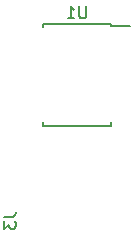
<source format=gbr>
%TF.GenerationSoftware,KiCad,Pcbnew,7.0.9*%
%TF.CreationDate,2023-12-16T17:23:44+09:00*%
%TF.ProjectId,LineIntegratedBoard,4c696e65-496e-4746-9567-726174656442,rev?*%
%TF.SameCoordinates,Original*%
%TF.FileFunction,Legend,Bot*%
%TF.FilePolarity,Positive*%
%FSLAX46Y46*%
G04 Gerber Fmt 4.6, Leading zero omitted, Abs format (unit mm)*
G04 Created by KiCad (PCBNEW 7.0.9) date 2023-12-16 17:23:44*
%MOMM*%
%LPD*%
G01*
G04 APERTURE LIST*
%ADD10C,0.150000*%
G04 APERTURE END LIST*
D10*
X145709819Y-102181066D02*
X146424104Y-102181066D01*
X146424104Y-102181066D02*
X146566961Y-102133447D01*
X146566961Y-102133447D02*
X146662200Y-102038209D01*
X146662200Y-102038209D02*
X146709819Y-101895352D01*
X146709819Y-101895352D02*
X146709819Y-101800114D01*
X145709819Y-102562019D02*
X145709819Y-103181066D01*
X145709819Y-103181066D02*
X146090771Y-102847733D01*
X146090771Y-102847733D02*
X146090771Y-102990590D01*
X146090771Y-102990590D02*
X146138390Y-103085828D01*
X146138390Y-103085828D02*
X146186009Y-103133447D01*
X146186009Y-103133447D02*
X146281247Y-103181066D01*
X146281247Y-103181066D02*
X146519342Y-103181066D01*
X146519342Y-103181066D02*
X146614580Y-103133447D01*
X146614580Y-103133447D02*
X146662200Y-103085828D01*
X146662200Y-103085828D02*
X146709819Y-102990590D01*
X146709819Y-102990590D02*
X146709819Y-102704876D01*
X146709819Y-102704876D02*
X146662200Y-102609638D01*
X146662200Y-102609638D02*
X146614580Y-102562019D01*
X152653904Y-84374819D02*
X152653904Y-85184342D01*
X152653904Y-85184342D02*
X152606285Y-85279580D01*
X152606285Y-85279580D02*
X152558666Y-85327200D01*
X152558666Y-85327200D02*
X152463428Y-85374819D01*
X152463428Y-85374819D02*
X152272952Y-85374819D01*
X152272952Y-85374819D02*
X152177714Y-85327200D01*
X152177714Y-85327200D02*
X152130095Y-85279580D01*
X152130095Y-85279580D02*
X152082476Y-85184342D01*
X152082476Y-85184342D02*
X152082476Y-84374819D01*
X151082476Y-85374819D02*
X151653904Y-85374819D01*
X151368190Y-85374819D02*
X151368190Y-84374819D01*
X151368190Y-84374819D02*
X151463428Y-84517676D01*
X151463428Y-84517676D02*
X151558666Y-84612914D01*
X151558666Y-84612914D02*
X151653904Y-84660533D01*
%TO.C,U1*%
X149017000Y-94495000D02*
X149017000Y-94195000D01*
X154767000Y-94495000D02*
X149017000Y-94495000D01*
X154767000Y-86070000D02*
X156367000Y-86070000D01*
X154767000Y-85845000D02*
X149017000Y-85845000D01*
X149017000Y-85845000D02*
X149017000Y-86145000D01*
X154767000Y-94495000D02*
X154767000Y-94195000D01*
X154767000Y-85845000D02*
X154767000Y-86070000D01*
%TD*%
M02*

</source>
